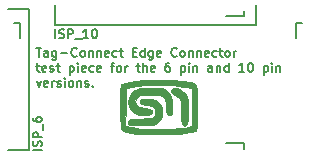
<source format=gbr>
G04 #@! TF.FileFunction,Legend,Top*
%FSLAX46Y46*%
G04 Gerber Fmt 4.6, Leading zero omitted, Abs format (unit mm)*
G04 Created by KiCad (PCBNEW 4.0.7) date 2018 March 08, Thursday 11:57:54*
%MOMM*%
%LPD*%
G01*
G04 APERTURE LIST*
%ADD10C,0.100000*%
%ADD11C,0.127000*%
%ADD12C,0.150000*%
G04 APERTURE END LIST*
D10*
D11*
X65858571Y-41746714D02*
X66294000Y-41746714D01*
X66076286Y-42508714D02*
X66076286Y-41746714D01*
X66874571Y-42508714D02*
X66874571Y-42109571D01*
X66838285Y-42037000D01*
X66765714Y-42000714D01*
X66620571Y-42000714D01*
X66548000Y-42037000D01*
X66874571Y-42472429D02*
X66802000Y-42508714D01*
X66620571Y-42508714D01*
X66548000Y-42472429D01*
X66511714Y-42399857D01*
X66511714Y-42327286D01*
X66548000Y-42254714D01*
X66620571Y-42218429D01*
X66802000Y-42218429D01*
X66874571Y-42182143D01*
X67564000Y-42000714D02*
X67564000Y-42617571D01*
X67527714Y-42690143D01*
X67491429Y-42726429D01*
X67418857Y-42762714D01*
X67310000Y-42762714D01*
X67237429Y-42726429D01*
X67564000Y-42472429D02*
X67491429Y-42508714D01*
X67346286Y-42508714D01*
X67273714Y-42472429D01*
X67237429Y-42436143D01*
X67201143Y-42363571D01*
X67201143Y-42145857D01*
X67237429Y-42073286D01*
X67273714Y-42037000D01*
X67346286Y-42000714D01*
X67491429Y-42000714D01*
X67564000Y-42037000D01*
X67926858Y-42218429D02*
X68507429Y-42218429D01*
X69305715Y-42436143D02*
X69269429Y-42472429D01*
X69160572Y-42508714D01*
X69088001Y-42508714D01*
X68979144Y-42472429D01*
X68906572Y-42399857D01*
X68870287Y-42327286D01*
X68834001Y-42182143D01*
X68834001Y-42073286D01*
X68870287Y-41928143D01*
X68906572Y-41855571D01*
X68979144Y-41783000D01*
X69088001Y-41746714D01*
X69160572Y-41746714D01*
X69269429Y-41783000D01*
X69305715Y-41819286D01*
X69741144Y-42508714D02*
X69668572Y-42472429D01*
X69632287Y-42436143D01*
X69596001Y-42363571D01*
X69596001Y-42145857D01*
X69632287Y-42073286D01*
X69668572Y-42037000D01*
X69741144Y-42000714D01*
X69850001Y-42000714D01*
X69922572Y-42037000D01*
X69958858Y-42073286D01*
X69995144Y-42145857D01*
X69995144Y-42363571D01*
X69958858Y-42436143D01*
X69922572Y-42472429D01*
X69850001Y-42508714D01*
X69741144Y-42508714D01*
X70321716Y-42000714D02*
X70321716Y-42508714D01*
X70321716Y-42073286D02*
X70358001Y-42037000D01*
X70430573Y-42000714D01*
X70539430Y-42000714D01*
X70612001Y-42037000D01*
X70648287Y-42109571D01*
X70648287Y-42508714D01*
X71011145Y-42000714D02*
X71011145Y-42508714D01*
X71011145Y-42073286D02*
X71047430Y-42037000D01*
X71120002Y-42000714D01*
X71228859Y-42000714D01*
X71301430Y-42037000D01*
X71337716Y-42109571D01*
X71337716Y-42508714D01*
X71990859Y-42472429D02*
X71918288Y-42508714D01*
X71773145Y-42508714D01*
X71700574Y-42472429D01*
X71664288Y-42399857D01*
X71664288Y-42109571D01*
X71700574Y-42037000D01*
X71773145Y-42000714D01*
X71918288Y-42000714D01*
X71990859Y-42037000D01*
X72027145Y-42109571D01*
X72027145Y-42182143D01*
X71664288Y-42254714D01*
X72680288Y-42472429D02*
X72607717Y-42508714D01*
X72462574Y-42508714D01*
X72390002Y-42472429D01*
X72353717Y-42436143D01*
X72317431Y-42363571D01*
X72317431Y-42145857D01*
X72353717Y-42073286D01*
X72390002Y-42037000D01*
X72462574Y-42000714D01*
X72607717Y-42000714D01*
X72680288Y-42037000D01*
X72898002Y-42000714D02*
X73188288Y-42000714D01*
X73006860Y-41746714D02*
X73006860Y-42399857D01*
X73043145Y-42472429D01*
X73115717Y-42508714D01*
X73188288Y-42508714D01*
X74022860Y-42109571D02*
X74276860Y-42109571D01*
X74385717Y-42508714D02*
X74022860Y-42508714D01*
X74022860Y-41746714D01*
X74385717Y-41746714D01*
X75038860Y-42508714D02*
X75038860Y-41746714D01*
X75038860Y-42472429D02*
X74966289Y-42508714D01*
X74821146Y-42508714D01*
X74748574Y-42472429D01*
X74712289Y-42436143D01*
X74676003Y-42363571D01*
X74676003Y-42145857D01*
X74712289Y-42073286D01*
X74748574Y-42037000D01*
X74821146Y-42000714D01*
X74966289Y-42000714D01*
X75038860Y-42037000D01*
X75728289Y-42000714D02*
X75728289Y-42617571D01*
X75692003Y-42690143D01*
X75655718Y-42726429D01*
X75583146Y-42762714D01*
X75474289Y-42762714D01*
X75401718Y-42726429D01*
X75728289Y-42472429D02*
X75655718Y-42508714D01*
X75510575Y-42508714D01*
X75438003Y-42472429D01*
X75401718Y-42436143D01*
X75365432Y-42363571D01*
X75365432Y-42145857D01*
X75401718Y-42073286D01*
X75438003Y-42037000D01*
X75510575Y-42000714D01*
X75655718Y-42000714D01*
X75728289Y-42037000D01*
X76381432Y-42472429D02*
X76308861Y-42508714D01*
X76163718Y-42508714D01*
X76091147Y-42472429D01*
X76054861Y-42399857D01*
X76054861Y-42109571D01*
X76091147Y-42037000D01*
X76163718Y-42000714D01*
X76308861Y-42000714D01*
X76381432Y-42037000D01*
X76417718Y-42109571D01*
X76417718Y-42182143D01*
X76054861Y-42254714D01*
X77760289Y-42436143D02*
X77724003Y-42472429D01*
X77615146Y-42508714D01*
X77542575Y-42508714D01*
X77433718Y-42472429D01*
X77361146Y-42399857D01*
X77324861Y-42327286D01*
X77288575Y-42182143D01*
X77288575Y-42073286D01*
X77324861Y-41928143D01*
X77361146Y-41855571D01*
X77433718Y-41783000D01*
X77542575Y-41746714D01*
X77615146Y-41746714D01*
X77724003Y-41783000D01*
X77760289Y-41819286D01*
X78195718Y-42508714D02*
X78123146Y-42472429D01*
X78086861Y-42436143D01*
X78050575Y-42363571D01*
X78050575Y-42145857D01*
X78086861Y-42073286D01*
X78123146Y-42037000D01*
X78195718Y-42000714D01*
X78304575Y-42000714D01*
X78377146Y-42037000D01*
X78413432Y-42073286D01*
X78449718Y-42145857D01*
X78449718Y-42363571D01*
X78413432Y-42436143D01*
X78377146Y-42472429D01*
X78304575Y-42508714D01*
X78195718Y-42508714D01*
X78776290Y-42000714D02*
X78776290Y-42508714D01*
X78776290Y-42073286D02*
X78812575Y-42037000D01*
X78885147Y-42000714D01*
X78994004Y-42000714D01*
X79066575Y-42037000D01*
X79102861Y-42109571D01*
X79102861Y-42508714D01*
X79465719Y-42000714D02*
X79465719Y-42508714D01*
X79465719Y-42073286D02*
X79502004Y-42037000D01*
X79574576Y-42000714D01*
X79683433Y-42000714D01*
X79756004Y-42037000D01*
X79792290Y-42109571D01*
X79792290Y-42508714D01*
X80445433Y-42472429D02*
X80372862Y-42508714D01*
X80227719Y-42508714D01*
X80155148Y-42472429D01*
X80118862Y-42399857D01*
X80118862Y-42109571D01*
X80155148Y-42037000D01*
X80227719Y-42000714D01*
X80372862Y-42000714D01*
X80445433Y-42037000D01*
X80481719Y-42109571D01*
X80481719Y-42182143D01*
X80118862Y-42254714D01*
X81134862Y-42472429D02*
X81062291Y-42508714D01*
X80917148Y-42508714D01*
X80844576Y-42472429D01*
X80808291Y-42436143D01*
X80772005Y-42363571D01*
X80772005Y-42145857D01*
X80808291Y-42073286D01*
X80844576Y-42037000D01*
X80917148Y-42000714D01*
X81062291Y-42000714D01*
X81134862Y-42037000D01*
X81352576Y-42000714D02*
X81642862Y-42000714D01*
X81461434Y-41746714D02*
X81461434Y-42399857D01*
X81497719Y-42472429D01*
X81570291Y-42508714D01*
X81642862Y-42508714D01*
X82005720Y-42508714D02*
X81933148Y-42472429D01*
X81896863Y-42436143D01*
X81860577Y-42363571D01*
X81860577Y-42145857D01*
X81896863Y-42073286D01*
X81933148Y-42037000D01*
X82005720Y-42000714D01*
X82114577Y-42000714D01*
X82187148Y-42037000D01*
X82223434Y-42073286D01*
X82259720Y-42145857D01*
X82259720Y-42363571D01*
X82223434Y-42436143D01*
X82187148Y-42472429D01*
X82114577Y-42508714D01*
X82005720Y-42508714D01*
X82586292Y-42508714D02*
X82586292Y-42000714D01*
X82586292Y-42145857D02*
X82622577Y-42073286D01*
X82658863Y-42037000D01*
X82731434Y-42000714D01*
X82804006Y-42000714D01*
X65858571Y-43270714D02*
X66148857Y-43270714D01*
X65967429Y-43016714D02*
X65967429Y-43669857D01*
X66003714Y-43742429D01*
X66076286Y-43778714D01*
X66148857Y-43778714D01*
X66693143Y-43742429D02*
X66620572Y-43778714D01*
X66475429Y-43778714D01*
X66402858Y-43742429D01*
X66366572Y-43669857D01*
X66366572Y-43379571D01*
X66402858Y-43307000D01*
X66475429Y-43270714D01*
X66620572Y-43270714D01*
X66693143Y-43307000D01*
X66729429Y-43379571D01*
X66729429Y-43452143D01*
X66366572Y-43524714D01*
X67019715Y-43742429D02*
X67092286Y-43778714D01*
X67237429Y-43778714D01*
X67310001Y-43742429D01*
X67346286Y-43669857D01*
X67346286Y-43633571D01*
X67310001Y-43561000D01*
X67237429Y-43524714D01*
X67128572Y-43524714D01*
X67056001Y-43488429D01*
X67019715Y-43415857D01*
X67019715Y-43379571D01*
X67056001Y-43307000D01*
X67128572Y-43270714D01*
X67237429Y-43270714D01*
X67310001Y-43307000D01*
X67564000Y-43270714D02*
X67854286Y-43270714D01*
X67672858Y-43016714D02*
X67672858Y-43669857D01*
X67709143Y-43742429D01*
X67781715Y-43778714D01*
X67854286Y-43778714D01*
X68688858Y-43270714D02*
X68688858Y-44032714D01*
X68688858Y-43307000D02*
X68761429Y-43270714D01*
X68906572Y-43270714D01*
X68979143Y-43307000D01*
X69015429Y-43343286D01*
X69051715Y-43415857D01*
X69051715Y-43633571D01*
X69015429Y-43706143D01*
X68979143Y-43742429D01*
X68906572Y-43778714D01*
X68761429Y-43778714D01*
X68688858Y-43742429D01*
X69378287Y-43778714D02*
X69378287Y-43270714D01*
X69378287Y-43016714D02*
X69342001Y-43053000D01*
X69378287Y-43089286D01*
X69414572Y-43053000D01*
X69378287Y-43016714D01*
X69378287Y-43089286D01*
X70031429Y-43742429D02*
X69958858Y-43778714D01*
X69813715Y-43778714D01*
X69741144Y-43742429D01*
X69704858Y-43669857D01*
X69704858Y-43379571D01*
X69741144Y-43307000D01*
X69813715Y-43270714D01*
X69958858Y-43270714D01*
X70031429Y-43307000D01*
X70067715Y-43379571D01*
X70067715Y-43452143D01*
X69704858Y-43524714D01*
X70720858Y-43742429D02*
X70648287Y-43778714D01*
X70503144Y-43778714D01*
X70430572Y-43742429D01*
X70394287Y-43706143D01*
X70358001Y-43633571D01*
X70358001Y-43415857D01*
X70394287Y-43343286D01*
X70430572Y-43307000D01*
X70503144Y-43270714D01*
X70648287Y-43270714D01*
X70720858Y-43307000D01*
X71337715Y-43742429D02*
X71265144Y-43778714D01*
X71120001Y-43778714D01*
X71047430Y-43742429D01*
X71011144Y-43669857D01*
X71011144Y-43379571D01*
X71047430Y-43307000D01*
X71120001Y-43270714D01*
X71265144Y-43270714D01*
X71337715Y-43307000D01*
X71374001Y-43379571D01*
X71374001Y-43452143D01*
X71011144Y-43524714D01*
X72172286Y-43270714D02*
X72462572Y-43270714D01*
X72281144Y-43778714D02*
X72281144Y-43125571D01*
X72317429Y-43053000D01*
X72390001Y-43016714D01*
X72462572Y-43016714D01*
X72825430Y-43778714D02*
X72752858Y-43742429D01*
X72716573Y-43706143D01*
X72680287Y-43633571D01*
X72680287Y-43415857D01*
X72716573Y-43343286D01*
X72752858Y-43307000D01*
X72825430Y-43270714D01*
X72934287Y-43270714D01*
X73006858Y-43307000D01*
X73043144Y-43343286D01*
X73079430Y-43415857D01*
X73079430Y-43633571D01*
X73043144Y-43706143D01*
X73006858Y-43742429D01*
X72934287Y-43778714D01*
X72825430Y-43778714D01*
X73406002Y-43778714D02*
X73406002Y-43270714D01*
X73406002Y-43415857D02*
X73442287Y-43343286D01*
X73478573Y-43307000D01*
X73551144Y-43270714D01*
X73623716Y-43270714D01*
X74349429Y-43270714D02*
X74639715Y-43270714D01*
X74458287Y-43016714D02*
X74458287Y-43669857D01*
X74494572Y-43742429D01*
X74567144Y-43778714D01*
X74639715Y-43778714D01*
X74893716Y-43778714D02*
X74893716Y-43016714D01*
X75220287Y-43778714D02*
X75220287Y-43379571D01*
X75184001Y-43307000D01*
X75111430Y-43270714D01*
X75002573Y-43270714D01*
X74930001Y-43307000D01*
X74893716Y-43343286D01*
X75873430Y-43742429D02*
X75800859Y-43778714D01*
X75655716Y-43778714D01*
X75583145Y-43742429D01*
X75546859Y-43669857D01*
X75546859Y-43379571D01*
X75583145Y-43307000D01*
X75655716Y-43270714D01*
X75800859Y-43270714D01*
X75873430Y-43307000D01*
X75909716Y-43379571D01*
X75909716Y-43452143D01*
X75546859Y-43524714D01*
X77143430Y-43016714D02*
X76998287Y-43016714D01*
X76925716Y-43053000D01*
X76889430Y-43089286D01*
X76816859Y-43198143D01*
X76780573Y-43343286D01*
X76780573Y-43633571D01*
X76816859Y-43706143D01*
X76853144Y-43742429D01*
X76925716Y-43778714D01*
X77070859Y-43778714D01*
X77143430Y-43742429D01*
X77179716Y-43706143D01*
X77216001Y-43633571D01*
X77216001Y-43452143D01*
X77179716Y-43379571D01*
X77143430Y-43343286D01*
X77070859Y-43307000D01*
X76925716Y-43307000D01*
X76853144Y-43343286D01*
X76816859Y-43379571D01*
X76780573Y-43452143D01*
X78123144Y-43270714D02*
X78123144Y-44032714D01*
X78123144Y-43307000D02*
X78195715Y-43270714D01*
X78340858Y-43270714D01*
X78413429Y-43307000D01*
X78449715Y-43343286D01*
X78486001Y-43415857D01*
X78486001Y-43633571D01*
X78449715Y-43706143D01*
X78413429Y-43742429D01*
X78340858Y-43778714D01*
X78195715Y-43778714D01*
X78123144Y-43742429D01*
X78812573Y-43778714D02*
X78812573Y-43270714D01*
X78812573Y-43016714D02*
X78776287Y-43053000D01*
X78812573Y-43089286D01*
X78848858Y-43053000D01*
X78812573Y-43016714D01*
X78812573Y-43089286D01*
X79175430Y-43270714D02*
X79175430Y-43778714D01*
X79175430Y-43343286D02*
X79211715Y-43307000D01*
X79284287Y-43270714D01*
X79393144Y-43270714D01*
X79465715Y-43307000D01*
X79502001Y-43379571D01*
X79502001Y-43778714D01*
X80772001Y-43778714D02*
X80772001Y-43379571D01*
X80735715Y-43307000D01*
X80663144Y-43270714D01*
X80518001Y-43270714D01*
X80445430Y-43307000D01*
X80772001Y-43742429D02*
X80699430Y-43778714D01*
X80518001Y-43778714D01*
X80445430Y-43742429D01*
X80409144Y-43669857D01*
X80409144Y-43597286D01*
X80445430Y-43524714D01*
X80518001Y-43488429D01*
X80699430Y-43488429D01*
X80772001Y-43452143D01*
X81134859Y-43270714D02*
X81134859Y-43778714D01*
X81134859Y-43343286D02*
X81171144Y-43307000D01*
X81243716Y-43270714D01*
X81352573Y-43270714D01*
X81425144Y-43307000D01*
X81461430Y-43379571D01*
X81461430Y-43778714D01*
X82150859Y-43778714D02*
X82150859Y-43016714D01*
X82150859Y-43742429D02*
X82078288Y-43778714D01*
X81933145Y-43778714D01*
X81860573Y-43742429D01*
X81824288Y-43706143D01*
X81788002Y-43633571D01*
X81788002Y-43415857D01*
X81824288Y-43343286D01*
X81860573Y-43307000D01*
X81933145Y-43270714D01*
X82078288Y-43270714D01*
X82150859Y-43307000D01*
X83493430Y-43778714D02*
X83058002Y-43778714D01*
X83275716Y-43778714D02*
X83275716Y-43016714D01*
X83203145Y-43125571D01*
X83130573Y-43198143D01*
X83058002Y-43234429D01*
X83965144Y-43016714D02*
X84037716Y-43016714D01*
X84110287Y-43053000D01*
X84146573Y-43089286D01*
X84182859Y-43161857D01*
X84219144Y-43307000D01*
X84219144Y-43488429D01*
X84182859Y-43633571D01*
X84146573Y-43706143D01*
X84110287Y-43742429D01*
X84037716Y-43778714D01*
X83965144Y-43778714D01*
X83892573Y-43742429D01*
X83856287Y-43706143D01*
X83820002Y-43633571D01*
X83783716Y-43488429D01*
X83783716Y-43307000D01*
X83820002Y-43161857D01*
X83856287Y-43089286D01*
X83892573Y-43053000D01*
X83965144Y-43016714D01*
X85126287Y-43270714D02*
X85126287Y-44032714D01*
X85126287Y-43307000D02*
X85198858Y-43270714D01*
X85344001Y-43270714D01*
X85416572Y-43307000D01*
X85452858Y-43343286D01*
X85489144Y-43415857D01*
X85489144Y-43633571D01*
X85452858Y-43706143D01*
X85416572Y-43742429D01*
X85344001Y-43778714D01*
X85198858Y-43778714D01*
X85126287Y-43742429D01*
X85815716Y-43778714D02*
X85815716Y-43270714D01*
X85815716Y-43016714D02*
X85779430Y-43053000D01*
X85815716Y-43089286D01*
X85852001Y-43053000D01*
X85815716Y-43016714D01*
X85815716Y-43089286D01*
X86178573Y-43270714D02*
X86178573Y-43778714D01*
X86178573Y-43343286D02*
X86214858Y-43307000D01*
X86287430Y-43270714D01*
X86396287Y-43270714D01*
X86468858Y-43307000D01*
X86505144Y-43379571D01*
X86505144Y-43778714D01*
X65894857Y-44540714D02*
X66076286Y-45048714D01*
X66257714Y-44540714D01*
X66838285Y-45012429D02*
X66765714Y-45048714D01*
X66620571Y-45048714D01*
X66548000Y-45012429D01*
X66511714Y-44939857D01*
X66511714Y-44649571D01*
X66548000Y-44577000D01*
X66620571Y-44540714D01*
X66765714Y-44540714D01*
X66838285Y-44577000D01*
X66874571Y-44649571D01*
X66874571Y-44722143D01*
X66511714Y-44794714D01*
X67201143Y-45048714D02*
X67201143Y-44540714D01*
X67201143Y-44685857D02*
X67237428Y-44613286D01*
X67273714Y-44577000D01*
X67346285Y-44540714D01*
X67418857Y-44540714D01*
X67636571Y-45012429D02*
X67709142Y-45048714D01*
X67854285Y-45048714D01*
X67926857Y-45012429D01*
X67963142Y-44939857D01*
X67963142Y-44903571D01*
X67926857Y-44831000D01*
X67854285Y-44794714D01*
X67745428Y-44794714D01*
X67672857Y-44758429D01*
X67636571Y-44685857D01*
X67636571Y-44649571D01*
X67672857Y-44577000D01*
X67745428Y-44540714D01*
X67854285Y-44540714D01*
X67926857Y-44577000D01*
X68289714Y-45048714D02*
X68289714Y-44540714D01*
X68289714Y-44286714D02*
X68253428Y-44323000D01*
X68289714Y-44359286D01*
X68325999Y-44323000D01*
X68289714Y-44286714D01*
X68289714Y-44359286D01*
X68761428Y-45048714D02*
X68688856Y-45012429D01*
X68652571Y-44976143D01*
X68616285Y-44903571D01*
X68616285Y-44685857D01*
X68652571Y-44613286D01*
X68688856Y-44577000D01*
X68761428Y-44540714D01*
X68870285Y-44540714D01*
X68942856Y-44577000D01*
X68979142Y-44613286D01*
X69015428Y-44685857D01*
X69015428Y-44903571D01*
X68979142Y-44976143D01*
X68942856Y-45012429D01*
X68870285Y-45048714D01*
X68761428Y-45048714D01*
X69342000Y-44540714D02*
X69342000Y-45048714D01*
X69342000Y-44613286D02*
X69378285Y-44577000D01*
X69450857Y-44540714D01*
X69559714Y-44540714D01*
X69632285Y-44577000D01*
X69668571Y-44649571D01*
X69668571Y-45048714D01*
X69995143Y-45012429D02*
X70067714Y-45048714D01*
X70212857Y-45048714D01*
X70285429Y-45012429D01*
X70321714Y-44939857D01*
X70321714Y-44903571D01*
X70285429Y-44831000D01*
X70212857Y-44794714D01*
X70104000Y-44794714D01*
X70031429Y-44758429D01*
X69995143Y-44685857D01*
X69995143Y-44649571D01*
X70031429Y-44577000D01*
X70104000Y-44540714D01*
X70212857Y-44540714D01*
X70285429Y-44577000D01*
X70648286Y-44976143D02*
X70684571Y-45012429D01*
X70648286Y-45048714D01*
X70612000Y-45012429D01*
X70648286Y-44976143D01*
X70648286Y-45048714D01*
D12*
X64500000Y-39696000D02*
X64500000Y-40946000D01*
X64000000Y-39696000D02*
X64500000Y-39696000D01*
X65250000Y-38446000D02*
X63500000Y-38446000D01*
X65250000Y-50446000D02*
X65250000Y-38446000D01*
X63500000Y-50446000D02*
X65250000Y-50446000D01*
X83450000Y-49800000D02*
X81950000Y-49800000D01*
X83450000Y-50300000D02*
X83450000Y-49800000D01*
X83450000Y-39100000D02*
X81950000Y-39100000D01*
X83450000Y-38600000D02*
X83450000Y-39100000D01*
X84450000Y-39850000D02*
X84450000Y-38100000D01*
X67450000Y-39850000D02*
X84450000Y-39850000D01*
X67450000Y-38100000D02*
X67450000Y-39850000D01*
X87900000Y-39696000D02*
X87900000Y-40946000D01*
X88400000Y-39696000D02*
X87900000Y-39696000D01*
D10*
G36*
X79504378Y-45992418D02*
X79502238Y-46586076D01*
X79502000Y-46770945D01*
X79500032Y-47411217D01*
X79493365Y-47901453D01*
X79480856Y-48260914D01*
X79461361Y-48508861D01*
X79433735Y-48664554D01*
X79396835Y-48747252D01*
X79383831Y-48760670D01*
X79216596Y-48832142D01*
X79078667Y-48862474D01*
X79078667Y-48408748D01*
X79078667Y-46815371D01*
X79074611Y-46294909D01*
X79063250Y-45845332D01*
X79045795Y-45491665D01*
X79023453Y-45258937D01*
X78999275Y-45172926D01*
X78887827Y-45142092D01*
X78645552Y-45095619D01*
X78309493Y-45040095D01*
X77962108Y-44988485D01*
X77333640Y-44926536D01*
X76606051Y-44898245D01*
X75836137Y-44902497D01*
X75080692Y-44938179D01*
X74396514Y-45004176D01*
X73998667Y-45066237D01*
X73448333Y-45170859D01*
X73425366Y-46792143D01*
X73402399Y-48413426D01*
X73975699Y-48504198D01*
X74311613Y-48556928D01*
X74616424Y-48604002D01*
X74803000Y-48632091D01*
X75043169Y-48649739D01*
X75414525Y-48656161D01*
X75879383Y-48652617D01*
X76400057Y-48640364D01*
X76938862Y-48620660D01*
X77458112Y-48594761D01*
X77920122Y-48563926D01*
X78287206Y-48529412D01*
X78422500Y-48511306D01*
X79078667Y-48408748D01*
X79078667Y-48862474D01*
X78907275Y-48900166D01*
X78483113Y-48962037D01*
X77971356Y-49015051D01*
X77399249Y-49056504D01*
X76794039Y-49083692D01*
X76182969Y-49093910D01*
X76030667Y-49093483D01*
X75545669Y-49088260D01*
X75106889Y-49080201D01*
X74748154Y-49070183D01*
X74503292Y-49059080D01*
X74422000Y-49051816D01*
X73915428Y-48968236D01*
X73507639Y-48885708D01*
X73222462Y-48809632D01*
X73088500Y-48749674D01*
X73051465Y-48671849D01*
X73023306Y-48496790D01*
X73003198Y-48209075D01*
X72990317Y-47793284D01*
X72983837Y-47233996D01*
X72982667Y-46770945D01*
X72983618Y-46154599D01*
X72987577Y-45686164D01*
X72996200Y-45344224D01*
X73011144Y-45107362D01*
X73034066Y-44954160D01*
X73066622Y-44863203D01*
X73110468Y-44813073D01*
X73135312Y-44797597D01*
X73401200Y-44704179D01*
X73806761Y-44624175D01*
X74322773Y-44558830D01*
X74920015Y-44509389D01*
X75569264Y-44477099D01*
X76241298Y-44463204D01*
X76906896Y-44468950D01*
X77536834Y-44495582D01*
X78101891Y-44544346D01*
X78340193Y-44575783D01*
X78705658Y-44627423D01*
X78985762Y-44672352D01*
X79191766Y-44731847D01*
X79334929Y-44827182D01*
X79426512Y-44979632D01*
X79477775Y-45210471D01*
X79499977Y-45540975D01*
X79504378Y-45992418D01*
X79504378Y-45992418D01*
X79504378Y-45992418D01*
G37*
X79504378Y-45992418D02*
X79502238Y-46586076D01*
X79502000Y-46770945D01*
X79500032Y-47411217D01*
X79493365Y-47901453D01*
X79480856Y-48260914D01*
X79461361Y-48508861D01*
X79433735Y-48664554D01*
X79396835Y-48747252D01*
X79383831Y-48760670D01*
X79216596Y-48832142D01*
X79078667Y-48862474D01*
X79078667Y-48408748D01*
X79078667Y-46815371D01*
X79074611Y-46294909D01*
X79063250Y-45845332D01*
X79045795Y-45491665D01*
X79023453Y-45258937D01*
X78999275Y-45172926D01*
X78887827Y-45142092D01*
X78645552Y-45095619D01*
X78309493Y-45040095D01*
X77962108Y-44988485D01*
X77333640Y-44926536D01*
X76606051Y-44898245D01*
X75836137Y-44902497D01*
X75080692Y-44938179D01*
X74396514Y-45004176D01*
X73998667Y-45066237D01*
X73448333Y-45170859D01*
X73425366Y-46792143D01*
X73402399Y-48413426D01*
X73975699Y-48504198D01*
X74311613Y-48556928D01*
X74616424Y-48604002D01*
X74803000Y-48632091D01*
X75043169Y-48649739D01*
X75414525Y-48656161D01*
X75879383Y-48652617D01*
X76400057Y-48640364D01*
X76938862Y-48620660D01*
X77458112Y-48594761D01*
X77920122Y-48563926D01*
X78287206Y-48529412D01*
X78422500Y-48511306D01*
X79078667Y-48408748D01*
X79078667Y-48862474D01*
X78907275Y-48900166D01*
X78483113Y-48962037D01*
X77971356Y-49015051D01*
X77399249Y-49056504D01*
X76794039Y-49083692D01*
X76182969Y-49093910D01*
X76030667Y-49093483D01*
X75545669Y-49088260D01*
X75106889Y-49080201D01*
X74748154Y-49070183D01*
X74503292Y-49059080D01*
X74422000Y-49051816D01*
X73915428Y-48968236D01*
X73507639Y-48885708D01*
X73222462Y-48809632D01*
X73088500Y-48749674D01*
X73051465Y-48671849D01*
X73023306Y-48496790D01*
X73003198Y-48209075D01*
X72990317Y-47793284D01*
X72983837Y-47233996D01*
X72982667Y-46770945D01*
X72983618Y-46154599D01*
X72987577Y-45686164D01*
X72996200Y-45344224D01*
X73011144Y-45107362D01*
X73034066Y-44954160D01*
X73066622Y-44863203D01*
X73110468Y-44813073D01*
X73135312Y-44797597D01*
X73401200Y-44704179D01*
X73806761Y-44624175D01*
X74322773Y-44558830D01*
X74920015Y-44509389D01*
X75569264Y-44477099D01*
X76241298Y-44463204D01*
X76906896Y-44468950D01*
X77536834Y-44495582D01*
X78101891Y-44544346D01*
X78340193Y-44575783D01*
X78705658Y-44627423D01*
X78985762Y-44672352D01*
X79191766Y-44731847D01*
X79334929Y-44827182D01*
X79426512Y-44979632D01*
X79477775Y-45210471D01*
X79499977Y-45540975D01*
X79504378Y-45992418D01*
X79504378Y-45992418D01*
G36*
X76542670Y-47137396D02*
X76495189Y-47520950D01*
X76330447Y-47870481D01*
X76056161Y-48139811D01*
X75914903Y-48213168D01*
X75726567Y-48263105D01*
X75455715Y-48294878D01*
X75066911Y-48313742D01*
X74845333Y-48319393D01*
X74448939Y-48323691D01*
X74110647Y-48319729D01*
X73868870Y-48308450D01*
X73765833Y-48292953D01*
X73676971Y-48175885D01*
X73668884Y-47997760D01*
X73736694Y-47843596D01*
X73793925Y-47803391D01*
X73932727Y-47781378D01*
X74196799Y-47764077D01*
X74542093Y-47753813D01*
X74767591Y-47752000D01*
X75249135Y-47736429D01*
X75585671Y-47682481D01*
X75799272Y-47579299D01*
X75912013Y-47416028D01*
X75945967Y-47181811D01*
X75946000Y-47172455D01*
X75879502Y-46908492D01*
X75674858Y-46721644D01*
X75324342Y-46606320D01*
X75122924Y-46576904D01*
X74847361Y-46541063D01*
X74700693Y-46495056D01*
X74642873Y-46417255D01*
X74633667Y-46312666D01*
X74644631Y-46198268D01*
X74702964Y-46131955D01*
X74846824Y-46097166D01*
X75114369Y-46077341D01*
X75184000Y-46073817D01*
X75600280Y-46077844D01*
X75899980Y-46142245D01*
X75994279Y-46184786D01*
X76290942Y-46429094D01*
X76474163Y-46760037D01*
X76542670Y-47137396D01*
X76542670Y-47137396D01*
X76542670Y-47137396D01*
G37*
X76542670Y-47137396D02*
X76495189Y-47520950D01*
X76330447Y-47870481D01*
X76056161Y-48139811D01*
X75914903Y-48213168D01*
X75726567Y-48263105D01*
X75455715Y-48294878D01*
X75066911Y-48313742D01*
X74845333Y-48319393D01*
X74448939Y-48323691D01*
X74110647Y-48319729D01*
X73868870Y-48308450D01*
X73765833Y-48292953D01*
X73676971Y-48175885D01*
X73668884Y-47997760D01*
X73736694Y-47843596D01*
X73793925Y-47803391D01*
X73932727Y-47781378D01*
X74196799Y-47764077D01*
X74542093Y-47753813D01*
X74767591Y-47752000D01*
X75249135Y-47736429D01*
X75585671Y-47682481D01*
X75799272Y-47579299D01*
X75912013Y-47416028D01*
X75945967Y-47181811D01*
X75946000Y-47172455D01*
X75879502Y-46908492D01*
X75674858Y-46721644D01*
X75324342Y-46606320D01*
X75122924Y-46576904D01*
X74847361Y-46541063D01*
X74700693Y-46495056D01*
X74642873Y-46417255D01*
X74633667Y-46312666D01*
X74644631Y-46198268D01*
X74702964Y-46131955D01*
X74846824Y-46097166D01*
X75114369Y-46077341D01*
X75184000Y-46073817D01*
X75600280Y-46077844D01*
X75899980Y-46142245D01*
X75994279Y-46184786D01*
X76290942Y-46429094D01*
X76474163Y-46760037D01*
X76542670Y-47137396D01*
X76542670Y-47137396D01*
G36*
X78739068Y-47228399D02*
X78719138Y-47751157D01*
X78658339Y-48114069D01*
X78557294Y-48315846D01*
X78416624Y-48355203D01*
X78248933Y-48243066D01*
X78195682Y-48097488D01*
X78161686Y-47790882D01*
X78147676Y-47330537D01*
X78147333Y-47231050D01*
X78138764Y-46833735D01*
X78115630Y-46481407D01*
X78081790Y-46219877D01*
X78053241Y-46114124D01*
X77909675Y-45944654D01*
X77675328Y-45797565D01*
X77629908Y-45778284D01*
X77408838Y-45667786D01*
X77314007Y-45541972D01*
X77300667Y-45436685D01*
X77364639Y-45260243D01*
X77532569Y-45176667D01*
X77768475Y-45183481D01*
X78036374Y-45278205D01*
X78300284Y-45458361D01*
X78354278Y-45509255D01*
X78505560Y-45685985D01*
X78612216Y-45885797D01*
X78681517Y-46141186D01*
X78720737Y-46484649D01*
X78737149Y-46948682D01*
X78739068Y-47228399D01*
X78739068Y-47228399D01*
X78739068Y-47228399D01*
G37*
X78739068Y-47228399D02*
X78719138Y-47751157D01*
X78658339Y-48114069D01*
X78557294Y-48315846D01*
X78416624Y-48355203D01*
X78248933Y-48243066D01*
X78195682Y-48097488D01*
X78161686Y-47790882D01*
X78147676Y-47330537D01*
X78147333Y-47231050D01*
X78138764Y-46833735D01*
X78115630Y-46481407D01*
X78081790Y-46219877D01*
X78053241Y-46114124D01*
X77909675Y-45944654D01*
X77675328Y-45797565D01*
X77629908Y-45778284D01*
X77408838Y-45667786D01*
X77314007Y-45541972D01*
X77300667Y-45436685D01*
X77364639Y-45260243D01*
X77532569Y-45176667D01*
X77768475Y-45183481D01*
X78036374Y-45278205D01*
X78300284Y-45458361D01*
X78354278Y-45509255D01*
X78505560Y-45685985D01*
X78612216Y-45885797D01*
X78681517Y-46141186D01*
X78720737Y-46484649D01*
X78737149Y-46948682D01*
X78739068Y-47228399D01*
X78739068Y-47228399D01*
G36*
X77395199Y-46862520D02*
X77371174Y-47159519D01*
X77319217Y-47369327D01*
X77258333Y-47443951D01*
X77066305Y-47474023D01*
X76945857Y-47377621D01*
X76887111Y-47140874D01*
X76877333Y-46908909D01*
X76842254Y-46413412D01*
X76734985Y-46063937D01*
X76552479Y-45851931D01*
X76488135Y-45816336D01*
X76310694Y-45773401D01*
X76015586Y-45740319D01*
X75654408Y-45722058D01*
X75487767Y-45720000D01*
X75096142Y-45725548D01*
X74831346Y-45747080D01*
X74651098Y-45791927D01*
X74513114Y-45867422D01*
X74475751Y-45895478D01*
X74296754Y-46124739D01*
X74259202Y-46387950D01*
X74366386Y-46634950D01*
X74423312Y-46694854D01*
X74646206Y-46809454D01*
X74995642Y-46880508D01*
X75079479Y-46888644D01*
X75443848Y-46945077D01*
X75644648Y-47042606D01*
X75682808Y-47182155D01*
X75559257Y-47364647D01*
X75558952Y-47364952D01*
X75361853Y-47462949D01*
X75039223Y-47480715D01*
X74579121Y-47418860D01*
X74562751Y-47415719D01*
X74183002Y-47269080D01*
X73904556Y-47017501D01*
X73731496Y-46694686D01*
X73667901Y-46334335D01*
X73717854Y-45970151D01*
X73885435Y-45635837D01*
X74174726Y-45365094D01*
X74305528Y-45291569D01*
X74488860Y-45212187D01*
X74672289Y-45161824D01*
X74897337Y-45135875D01*
X75205528Y-45129734D01*
X75638384Y-45138796D01*
X75673491Y-45139852D01*
X76166486Y-45162266D01*
X76524435Y-45202823D01*
X76781523Y-45273716D01*
X76971932Y-45387137D01*
X77129845Y-45555277D01*
X77227625Y-45694171D01*
X77307505Y-45894154D01*
X77362582Y-46185259D01*
X77392074Y-46522907D01*
X77395199Y-46862520D01*
X77395199Y-46862520D01*
X77395199Y-46862520D01*
G37*
X77395199Y-46862520D02*
X77371174Y-47159519D01*
X77319217Y-47369327D01*
X77258333Y-47443951D01*
X77066305Y-47474023D01*
X76945857Y-47377621D01*
X76887111Y-47140874D01*
X76877333Y-46908909D01*
X76842254Y-46413412D01*
X76734985Y-46063937D01*
X76552479Y-45851931D01*
X76488135Y-45816336D01*
X76310694Y-45773401D01*
X76015586Y-45740319D01*
X75654408Y-45722058D01*
X75487767Y-45720000D01*
X75096142Y-45725548D01*
X74831346Y-45747080D01*
X74651098Y-45791927D01*
X74513114Y-45867422D01*
X74475751Y-45895478D01*
X74296754Y-46124739D01*
X74259202Y-46387950D01*
X74366386Y-46634950D01*
X74423312Y-46694854D01*
X74646206Y-46809454D01*
X74995642Y-46880508D01*
X75079479Y-46888644D01*
X75443848Y-46945077D01*
X75644648Y-47042606D01*
X75682808Y-47182155D01*
X75559257Y-47364647D01*
X75558952Y-47364952D01*
X75361853Y-47462949D01*
X75039223Y-47480715D01*
X74579121Y-47418860D01*
X74562751Y-47415719D01*
X74183002Y-47269080D01*
X73904556Y-47017501D01*
X73731496Y-46694686D01*
X73667901Y-46334335D01*
X73717854Y-45970151D01*
X73885435Y-45635837D01*
X74174726Y-45365094D01*
X74305528Y-45291569D01*
X74488860Y-45212187D01*
X74672289Y-45161824D01*
X74897337Y-45135875D01*
X75205528Y-45129734D01*
X75638384Y-45138796D01*
X75673491Y-45139852D01*
X76166486Y-45162266D01*
X76524435Y-45202823D01*
X76781523Y-45273716D01*
X76971932Y-45387137D01*
X77129845Y-45555277D01*
X77227625Y-45694171D01*
X77307505Y-45894154D01*
X77362582Y-46185259D01*
X77392074Y-46522907D01*
X77395199Y-46862520D01*
X77395199Y-46862520D01*
D11*
X66344714Y-50418999D02*
X65582714Y-50418999D01*
X66308429Y-50092428D02*
X66344714Y-49983571D01*
X66344714Y-49802142D01*
X66308429Y-49729571D01*
X66272143Y-49693285D01*
X66199571Y-49657000D01*
X66127000Y-49657000D01*
X66054429Y-49693285D01*
X66018143Y-49729571D01*
X65981857Y-49802142D01*
X65945571Y-49947285D01*
X65909286Y-50019857D01*
X65873000Y-50056142D01*
X65800429Y-50092428D01*
X65727857Y-50092428D01*
X65655286Y-50056142D01*
X65619000Y-50019857D01*
X65582714Y-49947285D01*
X65582714Y-49765857D01*
X65619000Y-49657000D01*
X66344714Y-49330428D02*
X65582714Y-49330428D01*
X65582714Y-49040143D01*
X65619000Y-48967571D01*
X65655286Y-48931286D01*
X65727857Y-48895000D01*
X65836714Y-48895000D01*
X65909286Y-48931286D01*
X65945571Y-48967571D01*
X65981857Y-49040143D01*
X65981857Y-49330428D01*
X66417286Y-48749857D02*
X66417286Y-48169286D01*
X65582714Y-47661286D02*
X65582714Y-47806429D01*
X65619000Y-47879000D01*
X65655286Y-47915286D01*
X65764143Y-47987857D01*
X65909286Y-48024143D01*
X66199571Y-48024143D01*
X66272143Y-47987857D01*
X66308429Y-47951572D01*
X66344714Y-47879000D01*
X66344714Y-47733857D01*
X66308429Y-47661286D01*
X66272143Y-47625000D01*
X66199571Y-47588715D01*
X66018143Y-47588715D01*
X65945571Y-47625000D01*
X65909286Y-47661286D01*
X65873000Y-47733857D01*
X65873000Y-47879000D01*
X65909286Y-47951572D01*
X65945571Y-47987857D01*
X66018143Y-48024143D01*
X67455144Y-40944714D02*
X67455144Y-40182714D01*
X67781715Y-40908429D02*
X67890572Y-40944714D01*
X68072001Y-40944714D01*
X68144572Y-40908429D01*
X68180858Y-40872143D01*
X68217143Y-40799571D01*
X68217143Y-40727000D01*
X68180858Y-40654429D01*
X68144572Y-40618143D01*
X68072001Y-40581857D01*
X67926858Y-40545571D01*
X67854286Y-40509286D01*
X67818001Y-40473000D01*
X67781715Y-40400429D01*
X67781715Y-40327857D01*
X67818001Y-40255286D01*
X67854286Y-40219000D01*
X67926858Y-40182714D01*
X68108286Y-40182714D01*
X68217143Y-40219000D01*
X68543715Y-40944714D02*
X68543715Y-40182714D01*
X68834000Y-40182714D01*
X68906572Y-40219000D01*
X68942857Y-40255286D01*
X68979143Y-40327857D01*
X68979143Y-40436714D01*
X68942857Y-40509286D01*
X68906572Y-40545571D01*
X68834000Y-40581857D01*
X68543715Y-40581857D01*
X69124286Y-41017286D02*
X69704857Y-41017286D01*
X70285428Y-40944714D02*
X69850000Y-40944714D01*
X70067714Y-40944714D02*
X70067714Y-40182714D01*
X69995143Y-40291571D01*
X69922571Y-40364143D01*
X69850000Y-40400429D01*
X70757142Y-40182714D02*
X70829714Y-40182714D01*
X70902285Y-40219000D01*
X70938571Y-40255286D01*
X70974857Y-40327857D01*
X71011142Y-40473000D01*
X71011142Y-40654429D01*
X70974857Y-40799571D01*
X70938571Y-40872143D01*
X70902285Y-40908429D01*
X70829714Y-40944714D01*
X70757142Y-40944714D01*
X70684571Y-40908429D01*
X70648285Y-40872143D01*
X70612000Y-40799571D01*
X70575714Y-40654429D01*
X70575714Y-40473000D01*
X70612000Y-40327857D01*
X70648285Y-40255286D01*
X70684571Y-40219000D01*
X70757142Y-40182714D01*
M02*

</source>
